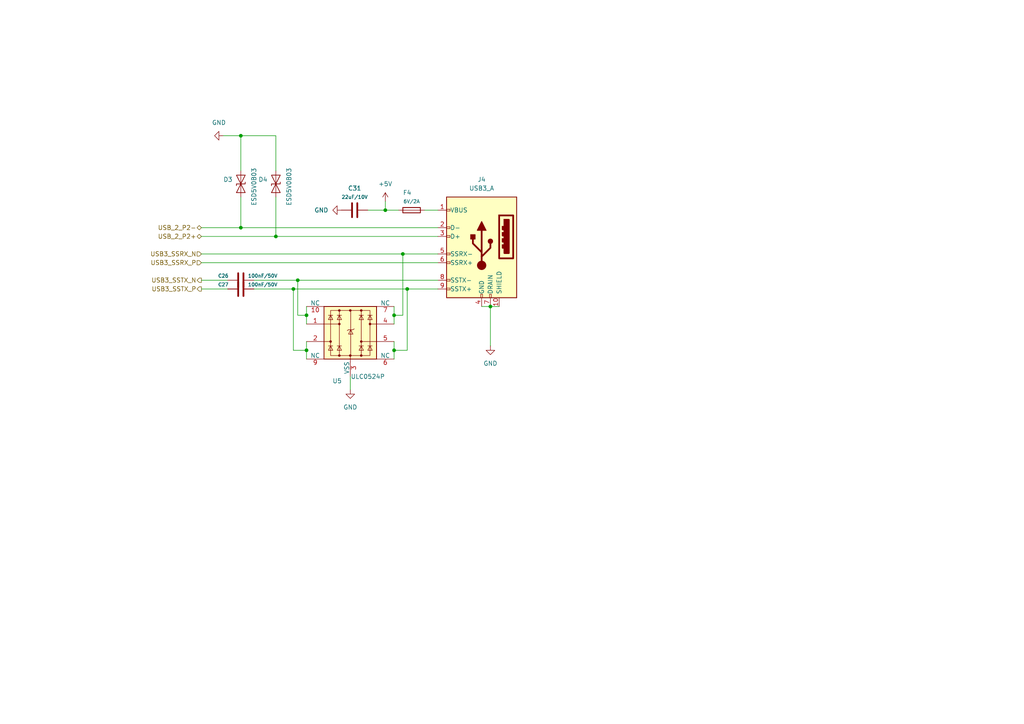
<source format=kicad_sch>
(kicad_sch (version 20250114) (generator "eeschema") (generator_version "9.0")
  (paper "A4")
  (lib_symbols
    (symbol "Connector:USB3_A" (pin_names (offset 1.016))
      (property "Reference" "J" (at -10.16 15.24 0))
      (property "Value" "USB3_A" (at 10.16 15.24 0))
      (symbol "USB3_A_0_0"
        (rectangle (start -9.144 8.636) (end -5.08 -3.81) (stroke (width 0.508)))
        (rectangle (start -7.874 7.366) (end -6.604 -2.286) (stroke (width 0.508)) (fill (type outline)))
        (rectangle (start -6.35 5.334) (end -6.096 4.572) (stroke (width 0.508)))
        (rectangle (start -6.35 3.556) (end -6.096 2.794) (stroke (width 0.508)))
        (rectangle (start -6.35 1.778) (end -6.096 1.016) (stroke (width 0.508)))
        (rectangle (start -6.35 0) (end -6.096 -0.762) (stroke (width 0.508)))
        (rectangle (start -2.794 -15.24) (end -2.286 -14.224))
        (rectangle (start -0.254 -15.24) (end 0.254 -14.224))
        (rectangle (start 10.16 10.414) (end 9.144 9.906))
        (rectangle (start 10.16 5.334) (end 9.144 4.826))
        (rectangle (start 10.16 2.794) (end 9.144 2.286))
        (rectangle (start 10.16 -2.286) (end 9.144 -2.794))
        (rectangle (start 10.16 -4.826) (end 9.144 -5.334))
        (rectangle (start 10.16 -9.906) (end 9.144 -10.414))
        (rectangle (start 10.16 -12.446) (end 9.144 -12.954))
      )
      (symbol "USB3_A_0_1"
        (rectangle (start -10.16 13.97) (end 10.16 -15.24) (stroke (width 0.254)) (fill (type background)))
      )
      (symbol "USB3_A_1_1"
        (circle (center -2.54 1.143) (radius 0.635) (stroke (width 0.254)) (fill (type outline)))
        (polyline (pts (xy -1.27 4.318) (xy 0 6.858) (xy 1.27 4.318) (xy -1.27 4.318)) (stroke (width 0.254)) (fill (type outline)))
        (polyline (pts (xy 0 -2.032) (xy 2.54 0.508) (xy 2.54 1.778)) (stroke (width 0.508)))
        (polyline (pts (xy 0 -3.302) (xy -2.54 -0.762) (xy -2.54 0.508)) (stroke (width 0.508)))
        (polyline (pts (xy 0 -5.842) (xy 0 4.318)) (stroke (width 0.508)))
        (circle (center 0 -5.842) (radius 1.27) (fill (type outline)))
        (rectangle (start 1.905 1.778) (end 3.175 3.048) (stroke (width 0.254)) (fill (type outline)))
        (pin passive line (at -5.08 -17.78 90) (length 2.54) (name "SHIELD") (number "10"))
        (pin passive line (at -2.54 -17.78 90) (length 2.54) (name "DRAIN") (number "7"))
        (pin power_in line (at 0 -17.78 90) (length 2.54) (name "GND") (number "4"))
        (pin power_in line (at 12.7 10.16 180) (length 2.54) (name "VBUS") (number "1"))
        (pin bidirectional line (at 12.7 5.08 180) (length 2.54) (name "D-") (number "2"))
        (pin bidirectional line (at 12.7 2.54 180) (length 2.54) (name "D+") (number "3"))
        (pin output line (at 12.7 -2.54 180) (length 2.54) (name "SSRX-") (number "5"))
        (pin output line (at 12.7 -5.08 180) (length 2.54) (name "SSRX+") (number "6"))
        (pin input line (at 12.7 -10.16 180) (length 2.54) (name "SSTX-") (number "8"))
        (pin input line (at 12.7 -12.7 180) (length 2.54) (name "SSTX+") (number "9"))
      )
    )
    (symbol "Device:C" (pin_numbers (hide yes)) (pin_names (offset 0.254))
      (property "Reference" "C" (at 0.635 2.54 0))
      (property "Value" "C" (at 0.635 -2.54 0))
      (symbol "C_0_1"
        (polyline (pts (xy -2.032 0.762) (xy 2.032 0.762)) (stroke (width 0.508)))
        (polyline (pts (xy -2.032 -0.762) (xy 2.032 -0.762)) (stroke (width 0.508)))
      )
      (symbol "C_1_1"
        (pin passive line (at 0 3.81 270) (length 2.794) (name "~") (number "1"))
        (pin passive line (at 0 -3.81 90) (length 2.794) (name "~") (number "2"))
      )
    )
    (symbol "Device:Fuse" (pin_numbers (hide yes)) (pin_names (offset 0))
      (property "Reference" "F" (at 2.032 0 90))
      (property "Value" "Fuse" (at -1.905 0 90))
      (symbol "Fuse_0_1"
        (rectangle (start -0.762 -2.54) (end 0.762 2.54) (stroke (width 0.254)))
        (polyline (pts (xy 0 2.54) (xy 0 -2.54)))
      )
      (symbol "Fuse_1_1"
        (pin passive line (at 0 3.81 270) (length 1.27) (name "~") (number "1"))
        (pin passive line (at 0 -3.81 90) (length 1.27) (name "~") (number "2"))
      )
    )
    (symbol "Diode:ESD9B5.0ST5G" (pin_numbers (hide yes)) (pin_names (offset 1.016) (hide yes))
      (property "Reference" "D" (at 0 2.54 0))
      (property "Value" "ESD9B5.0ST5G" (at 0 -2.54 0))
      (symbol "ESD9B5.0ST5G_0_1"
        (polyline (pts (xy -2.54 -1.27) (xy 0 0) (xy -2.54 1.27) (xy -2.54 -1.27)) (stroke (width 0.2032)))
        (polyline (pts (xy 0.508 1.27) (xy 0 1.27) (xy 0 -1.27) (xy -0.508 -1.27)) (stroke (width 0.2032)))
        (polyline (pts (xy 1.27 0) (xy -1.27 0)))
        (polyline (pts (xy 2.54 1.27) (xy 2.54 -1.27) (xy 0 0) (xy 2.54 1.27)) (stroke (width 0.2032)))
      )
      (symbol "ESD9B5.0ST5G_1_1"
        (pin passive line (at -3.81 0 0) (length 2.54) (name "A1") (number "1"))
        (pin passive line (at 3.81 0 180) (length 2.54) (name "A2") (number "2"))
      )
    )
    (symbol "Power_Protection:D3V3XA4B10LP" (pin_names (offset 0))
      (property "Reference" "U" (at -0.635 8.89 0))
      (property "Value" "D3V3XA4B10LP" (at 8.89 -10.16 0))
      (symbol "D3V3XA4B10LP_0_0"
        (rectangle (start -5.715 6.477) (end 5.715 -6.604))
        (polyline (pts (xy -3.175 -6.604) (xy -3.175 6.477)))
        (polyline (pts (xy 0.127 6.477) (xy 0.127 -6.604)))
        (polyline (pts (xy 3.175 6.477) (xy 3.175 -6.604)))
      )
      (symbol "D3V3XA4B10LP_0_1"
        (polyline (pts (xy -7.747 2.54) (xy -3.175 2.54)))
        (rectangle (start -7.62 7.62) (end 7.62 -7.62) (stroke (width 0.254)) (fill (type background)))
        (polyline (pts (xy -7.62 -2.54) (xy -5.715 -2.54)))
        (circle (center -5.715 -2.54) (radius 0.2794) (fill (type outline)))
        (polyline (pts (xy -5.08 5.08) (xy -6.35 5.08)))
        (polyline (pts (xy -5.08 3.81) (xy -6.35 3.81) (xy -5.715 5.08) (xy -5.08 3.81)))
        (polyline (pts (xy -5.08 -3.81) (xy -6.35 -3.81)))
        (polyline (pts (xy -5.08 -5.08) (xy -6.35 -5.08) (xy -5.715 -3.81) (xy -5.08 -5.08)))
        (circle (center -3.175 6.477) (radius 0.2794) (fill (type outline)))
        (circle (center -3.175 2.54) (radius 0.2794) (fill (type outline)))
        (circle (center -3.175 -6.604) (radius 0.2794) (fill (type outline)))
        (polyline (pts (xy -2.54 5.08) (xy -3.81 5.08)))
        (polyline (pts (xy -2.54 3.81) (xy -3.81 3.81) (xy -3.175 5.08) (xy -2.54 3.81)))
        (polyline (pts (xy -2.54 -3.81) (xy -3.81 -3.81)))
        (polyline (pts (xy -2.54 -5.08) (xy -3.81 -5.08) (xy -3.175 -3.81) (xy -2.54 -5.08)))
        (polyline (pts (xy -0.508 0.889) (xy -0.889 0.635)))
        (circle (center 0 6.477) (radius 0.2794) (fill (type outline)))
        (polyline (pts (xy 0 -6.604) (xy 0 -7.62)))
        (circle (center 0 -6.604) (radius 0.2794) (fill (type outline)))
        (polyline (pts (xy 0.762 0.889) (xy -0.508 0.889)))
        (polyline (pts (xy 0.762 0.889) (xy 1.143 1.143)))
        (polyline (pts (xy 0.762 -0.381) (xy -0.508 -0.381) (xy 0.127 0.889) (xy 0.762 -0.381)))
        (circle (center 3.175 6.477) (radius 0.2794) (fill (type outline)))
        (circle (center 3.175 -2.54) (radius 0.2794) (fill (type outline)))
        (circle (center 3.175 -6.604) (radius 0.2794) (fill (type outline)))
        (polyline (pts (xy 3.81 5.08) (xy 2.54 5.08)))
        (polyline (pts (xy 3.81 3.81) (xy 2.54 3.81) (xy 3.175 5.08) (xy 3.81 3.81)))
        (polyline (pts (xy 3.81 -3.81) (xy 2.54 -3.81)))
        (polyline (pts (xy 3.81 -5.08) (xy 2.54 -5.08) (xy 3.175 -3.81) (xy 3.81 -5.08)))
        (circle (center 5.715 2.54) (radius 0.2794) (fill (type outline)))
        (polyline (pts (xy 6.35 5.08) (xy 5.08 5.08)))
        (polyline (pts (xy 6.35 3.81) (xy 5.08 3.81) (xy 5.715 5.08) (xy 6.35 3.81)))
        (polyline (pts (xy 6.35 -3.81) (xy 5.08 -3.81)))
        (polyline (pts (xy 6.35 -5.08) (xy 5.08 -5.08) (xy 5.715 -3.81) (xy 6.35 -5.08)))
        (polyline (pts (xy 7.62 2.54) (xy 5.715 2.54)))
        (polyline (pts (xy 7.62 -2.54) (xy 3.175 -2.54)))
      )
      (symbol "D3V3XA4B10LP_1_1"
        (pin free line (at -12.7 7.62 0) (length 5.08) (name "NC") (number "10"))
        (pin passive line (at -12.7 2.54 0) (length 5.08) (name "~") (number "1"))
        (pin passive line (at -12.7 -2.54 0) (length 5.08) (name "~") (number "2"))
        (pin free line (at -12.7 -7.62 0) (length 5.08) (name "NC") (number "9"))
        (pin power_in line (at 0 -12.7 90) (length 5.08) (name "VSS") (number "3"))
        (pin passive line (at 0 -12.7 90) (length 5.08) (hide yes) (name "VSS") (number "8"))
        (pin free line (at 12.7 7.62 180) (length 5.08) (name "NC") (number "7"))
        (pin passive line (at 12.7 2.54 180) (length 5.08) (name "~") (number "4"))
        (pin passive line (at 12.7 -2.54 180) (length 5.08) (name "~") (number "5"))
        (pin free line (at 12.7 -7.62 180) (length 5.08) (name "NC") (number "6"))
      )
    )
    (symbol "power:+5V" (power) (pin_numbers (hide yes)) (pin_names (offset 0) (hide yes))
      (property "Value" "+5V" (at 0 3.556 0))
      (symbol "+5V_0_1"
        (polyline (pts (xy -0.762 1.27) (xy 0 2.54)))
        (polyline (pts (xy 0 2.54) (xy 0.762 1.27)))
        (polyline (pts (xy 0 0) (xy 0 2.54)))
      )
      (symbol "+5V_1_1"
        (pin power_in line (at 0 0 90) (length 0) (name "~") (number "1"))
      )
    )
    (symbol "power:GND" (power) (pin_numbers (hide yes)) (pin_names (offset 0) (hide yes))
      (property "Value" "GND" (at 0 -3.81 0))
      (symbol "GND_0_1"
        (polyline (pts (xy 0 0) (xy 0 -1.27) (xy 1.27 -1.27) (xy 0 -2.54) (xy -1.27 -1.27) (xy 0 -1.27)))
      )
      (symbol "GND_1_1"
        (pin power_in line (at 0 0 270) (length 0) (name "~") (number "1"))
      )
    )
  )
  (junction (at 116.84 73.66))
  (junction (at 86.36 81.28))
  (junction (at 80.01 68.58))
  (junction (at 69.85 39.37))
  (junction (at 69.85 66.04))
  (junction (at 85.09 83.82))
  (junction (at 114.3 101.6))
  (junction (at 111.76 60.96))
  (junction (at 88.9 91.44))
  (junction (at 88.9 101.6))
  (junction (at 118.11 83.82))
  (junction (at 142.24 88.9))
  (junction (at 114.3 91.44))
  (wire (pts (xy 85.09 83.82) (xy 85.09 101.6)))
  (wire (pts (xy 111.76 60.96) (xy 106.68 60.96)))
  (wire (pts (xy 114.3 101.6) (xy 118.11 101.6)))
  (wire (pts (xy 58.42 73.66) (xy 116.84 73.66)))
  (wire (pts (xy 80.01 68.58) (xy 127 68.58)))
  (wire (pts (xy 80.01 57.15) (xy 80.01 68.58)))
  (wire (pts (xy 88.9 88.9) (xy 88.9 91.44)))
  (wire (pts (xy 88.9 99.06) (xy 88.9 101.6)))
  (wire (pts (xy 114.3 88.9) (xy 114.3 91.44)))
  (wire (pts (xy 73.66 83.82) (xy 85.09 83.82)))
  (wire (pts (xy 139.7 88.9) (xy 142.24 88.9)))
  (wire (pts (xy 111.76 58.42) (xy 111.76 60.96)))
  (wire (pts (xy 142.24 88.9) (xy 144.78 88.9)))
  (wire (pts (xy 114.3 91.44) (xy 114.3 93.98)))
  (wire (pts (xy 123.19 60.96) (xy 127 60.96)))
  (wire (pts (xy 118.11 83.82) (xy 118.11 101.6)))
  (wire (pts (xy 88.9 101.6) (xy 88.9 104.14)))
  (wire (pts (xy 116.84 73.66) (xy 127 73.66)))
  (wire (pts (xy 73.66 81.28) (xy 86.36 81.28)))
  (wire (pts (xy 86.36 81.28) (xy 127 81.28)))
  (wire (pts (xy 114.3 99.06) (xy 114.3 101.6)))
  (wire (pts (xy 116.84 73.66) (xy 116.84 91.44)))
  (wire (pts (xy 88.9 91.44) (xy 88.9 93.98)))
  (wire (pts (xy 58.42 83.82) (xy 66.04 83.82)))
  (wire (pts (xy 142.24 100.33) (xy 142.24 88.9)))
  (wire (pts (xy 101.6 109.22) (xy 101.6 113.03)))
  (wire (pts (xy 58.42 66.04) (xy 69.85 66.04)))
  (wire (pts (xy 80.01 39.37) (xy 80.01 49.53)))
  (wire (pts (xy 69.85 39.37) (xy 80.01 39.37)))
  (wire (pts (xy 111.76 60.96) (xy 115.57 60.96)))
  (wire (pts (xy 69.85 57.15) (xy 69.85 66.04)))
  (wire (pts (xy 86.36 81.28) (xy 86.36 91.44)))
  (wire (pts (xy 58.42 76.2) (xy 127 76.2)))
  (wire (pts (xy 64.77 39.37) (xy 69.85 39.37)))
  (wire (pts (xy 58.42 81.28) (xy 66.04 81.28)))
  (wire (pts (xy 86.36 91.44) (xy 88.9 91.44)))
  (wire (pts (xy 58.42 68.58) (xy 80.01 68.58)))
  (wire (pts (xy 85.09 83.82) (xy 118.11 83.82)))
  (wire (pts (xy 69.85 49.53) (xy 69.85 39.37)))
  (wire (pts (xy 114.3 101.6) (xy 114.3 104.14)))
  (wire (pts (xy 69.85 66.04) (xy 127 66.04)))
  (wire (pts (xy 114.3 91.44) (xy 116.84 91.44)))
  (wire (pts (xy 118.11 83.82) (xy 127 83.82)))
  (wire (pts (xy 85.09 101.6) (xy 88.9 101.6)))
  (hierarchical_label "USB3_SSTX_N" (shape output) (at 58.42 81.28 180))
  (hierarchical_label "USB_2_P2+" (shape bidirectional) (at 58.42 68.58 180))
  (hierarchical_label "USB_2_P2-" (shape bidirectional) (at 58.42 66.04 180))
  (hierarchical_label "USB3_SSTX_P" (shape output) (at 58.42 83.82 180))
  (hierarchical_label "USB3_SSRX_N" (shape input) (at 58.42 73.66 180))
  (hierarchical_label "USB3_SSRX_P" (shape input) (at 58.42 76.2 180))
  (symbol (lib_id "power:GND") (at 64.77 39.37 270) (mirror x) (unit 1)
    (property "Reference" "#PWR031" (effects (hide yes)))
    (property "Value" "GND" (at 63.5 35.56 90))
  )
  (symbol (lib_id "power:GND") (at 99.06 60.96 270) (unit 1)
    (property "Reference" "#PWR036" (effects (hide yes)))
    (property "Value" "GND" (at 95.25 60.96 90) (effects (justify right)))
  )
  (symbol (lib_id "Power_Protection:D3V3XA4B10LP") (at 101.6 96.52 0) (unit 1)
    (property "Reference" "U5" (at 97.79 110.49 0))
    (property "Value" "ULC0524P" (at 106.68 109.22 0))
    (property "Footprint" "A_HDJ_Library:Diodes_UDFN-10_1.0x2.5mm_P0.5mm" (effects (hide yes)))
    (property "Datasheet" "https://www.diodes.com/assets/Datasheets/D3V3XA4B10LP.pdf" (effects (hide yes)))
  )
  (symbol (lib_id "Connector:USB3_A") (at 139.7 71.12 0) (mirror y) (unit 1)
    (property "Reference" "J4" (at 139.7 52.07 0))
    (property "Value" "USB3_A" (at 139.7 54.61 0))
    (property "Footprint" "Connector_USB:USB3_A_Molex_48393-001" (effects (hide yes)))
    (property "Description" "USB 3.0 A connector" (effects (hide yes)))
  )
  (symbol (lib_id "Device:C") (at 102.87 60.96 90) (unit 1)
    (property "Reference" "C31" (at 102.87 54.61 90))
    (property "Value" "22uF/10V" (at 102.87 57.15 90) (effects (font (size 1 1))))
    (property "Footprint" "A_HDJ_Library:C_0603_1608Metric" (effects (hide yes)))
    (property "SCH_Show_Footprint" "C603" (effects (hide yes)))
  )
  (symbol (lib_id "Device:C") (at 69.85 81.28 90) (unit 1)
    (property "Reference" "C26" (at 64.77 80.01 90) (effects (font (size 1 1))))
    (property "Value" "100nF/50V" (at 76.2 80.01 90) (effects (font (size 1 1))))
    (property "Footprint" "A_HDJ_Library:C_0402_1005Metric" (effects (hide yes)))
    (property "SCH_Show_Footprint" "C0402" (effects (hide yes)))
  )
  (symbol (lib_id "Device:Fuse") (at 119.38 60.96 90) (unit 1)
    (property "Reference" "F4" (at 118.11 55.88 90))
    (property "Value" "6V/2A" (at 119.38 58.42 90) (effects (font (size 1 1))))
    (property "Footprint" "A_HDJ_Library:R_0805_2012Metric" (effects (hide yes)))
    (property "SCH_Show_Footprint" "R0805" (effects (hide yes)))
  )
  (symbol (lib_id "power:GND") (at 101.6 113.03 0) (unit 1)
    (property "Reference" "#PWR034" (effects (hide yes)))
    (property "Value" "GND" (at 101.6 118.11 0))
  )
  (symbol (lib_id "Device:C") (at 69.85 83.82 90) (unit 1)
    (property "Reference" "C27" (at 64.77 82.55 90) (effects (font (size 1 1))))
    (property "Value" "100nF/50V" (at 76.2 82.55 90) (effects (font (size 1 1))))
    (property "Footprint" "A_HDJ_Library:C_0402_1005Metric" (effects (hide yes)))
    (property "SCH_Show_Footprint" "C0402" (effects (hide yes)))
  )
  (symbol (lib_id "power:GND") (at 142.24 100.33 0) (unit 1)
    (property "Reference" "#PWR043" (effects (hide yes)))
    (property "Value" "GND" (at 142.24 105.41 0))
  )
  (symbol (lib_id "Diode:ESD9B5.0ST5G") (at 69.85 53.34 90) (mirror x) (unit 1)
    (property "Reference" "D3" (at 64.77 52.07 90) (effects (justify right)))
    (property "Value" "ESD5V0B03" (at 73.66 59.69 0) (effects (justify right)))
    (property "Footprint" "A_HDJ_Library:D_0402_1005Metric" (effects (hide yes)))
    (property "Datasheet" "https://www.onsemi.com/pub/Collateral/ESD9B-D.PDF" (effects (hide yes)))
    (property "SCH_Show_Footprint" "D0402" (effects (hide yes)))
  )
  (symbol (lib_id "Diode:ESD9B5.0ST5G") (at 80.01 53.34 90) (mirror x) (unit 1)
    (property "Reference" "D4" (at 74.93 52.07 90) (effects (justify right)))
    (property "Value" "ESD5V0B03" (at 83.82 59.69 0) (effects (justify right)))
    (property "Footprint" "A_HDJ_Library:D_0402_1005Metric" (effects (hide yes)))
    (property "Datasheet" "https://www.onsemi.com/pub/Collateral/ESD9B-D.PDF" (effects (hide yes)))
    (property "SCH_Show_Footprint" "D0402" (effects (hide yes)))
  )
  (symbol (lib_id "power:+5V") (at 111.76 58.42 0) (unit 1)
    (property "Reference" "#PWR039" (effects (hide yes)))
    (property "Value" "+5V" (at 111.76 53.34 0))
  )
)
</source>
